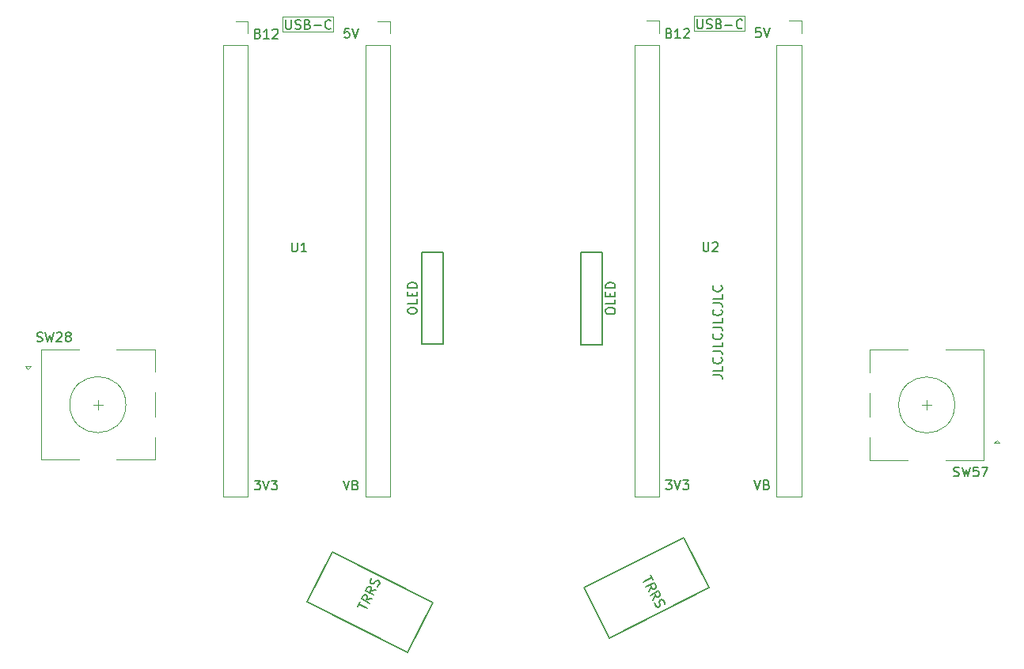
<source format=gbr>
%TF.GenerationSoftware,KiCad,Pcbnew,(5.1.9-0-10_14)*%
%TF.CreationDate,2021-04-15T00:16:32+01:00*%
%TF.ProjectId,peautkb,70656175-746b-4622-9e6b-696361645f70,rev?*%
%TF.SameCoordinates,Original*%
%TF.FileFunction,Legend,Top*%
%TF.FilePolarity,Positive*%
%FSLAX46Y46*%
G04 Gerber Fmt 4.6, Leading zero omitted, Abs format (unit mm)*
G04 Created by KiCad (PCBNEW (5.1.9-0-10_14)) date 2021-04-15 00:16:32*
%MOMM*%
%LPD*%
G01*
G04 APERTURE LIST*
%ADD10C,0.150000*%
%ADD11C,0.120000*%
G04 APERTURE END LIST*
D10*
X207252380Y-70019047D02*
X207966666Y-70019047D01*
X208109523Y-70066666D01*
X208204761Y-70161904D01*
X208252380Y-70304761D01*
X208252380Y-70400000D01*
X208252380Y-69066666D02*
X208252380Y-69542857D01*
X207252380Y-69542857D01*
X208157142Y-68161904D02*
X208204761Y-68209523D01*
X208252380Y-68352380D01*
X208252380Y-68447619D01*
X208204761Y-68590476D01*
X208109523Y-68685714D01*
X208014285Y-68733333D01*
X207823809Y-68780952D01*
X207680952Y-68780952D01*
X207490476Y-68733333D01*
X207395238Y-68685714D01*
X207300000Y-68590476D01*
X207252380Y-68447619D01*
X207252380Y-68352380D01*
X207300000Y-68209523D01*
X207347619Y-68161904D01*
X207252380Y-67447619D02*
X207966666Y-67447619D01*
X208109523Y-67495238D01*
X208204761Y-67590476D01*
X208252380Y-67733333D01*
X208252380Y-67828571D01*
X208252380Y-66495238D02*
X208252380Y-66971428D01*
X207252380Y-66971428D01*
X208157142Y-65590476D02*
X208204761Y-65638095D01*
X208252380Y-65780952D01*
X208252380Y-65876190D01*
X208204761Y-66019047D01*
X208109523Y-66114285D01*
X208014285Y-66161904D01*
X207823809Y-66209523D01*
X207680952Y-66209523D01*
X207490476Y-66161904D01*
X207395238Y-66114285D01*
X207300000Y-66019047D01*
X207252380Y-65876190D01*
X207252380Y-65780952D01*
X207300000Y-65638095D01*
X207347619Y-65590476D01*
X207252380Y-64876190D02*
X207966666Y-64876190D01*
X208109523Y-64923809D01*
X208204761Y-65019047D01*
X208252380Y-65161904D01*
X208252380Y-65257142D01*
X208252380Y-63923809D02*
X208252380Y-64400000D01*
X207252380Y-64400000D01*
X208157142Y-63019047D02*
X208204761Y-63066666D01*
X208252380Y-63209523D01*
X208252380Y-63304761D01*
X208204761Y-63447619D01*
X208109523Y-63542857D01*
X208014285Y-63590476D01*
X207823809Y-63638095D01*
X207680952Y-63638095D01*
X207490476Y-63590476D01*
X207395238Y-63542857D01*
X207300000Y-63447619D01*
X207252380Y-63304761D01*
X207252380Y-63209523D01*
X207300000Y-63066666D01*
X207347619Y-63019047D01*
X207252380Y-62304761D02*
X207966666Y-62304761D01*
X208109523Y-62352380D01*
X208204761Y-62447619D01*
X208252380Y-62590476D01*
X208252380Y-62685714D01*
X208252380Y-61352380D02*
X208252380Y-61828571D01*
X207252380Y-61828571D01*
X208157142Y-60447619D02*
X208204761Y-60495238D01*
X208252380Y-60638095D01*
X208252380Y-60733333D01*
X208204761Y-60876190D01*
X208109523Y-60971428D01*
X208014285Y-61019047D01*
X207823809Y-61066666D01*
X207680952Y-61066666D01*
X207490476Y-61019047D01*
X207395238Y-60971428D01*
X207300000Y-60876190D01*
X207252380Y-60733333D01*
X207252380Y-60638095D01*
X207300000Y-60495238D01*
X207347619Y-60447619D01*
D11*
%TO.C,U1*%
X166660360Y-33246980D02*
X161260360Y-33246980D01*
X166660360Y-31621980D02*
X166660360Y-33246980D01*
X161260360Y-31621980D02*
X166660360Y-31621980D01*
X161260360Y-33246980D02*
X161260360Y-31621980D01*
X157515360Y-32116980D02*
X157515360Y-33446980D01*
X154855360Y-34716980D02*
X157515360Y-34716980D01*
X157515360Y-34716980D02*
X157515360Y-83036980D01*
X156185360Y-32116980D02*
X157515360Y-32116980D01*
X154855360Y-83036980D02*
X157515360Y-83036980D01*
X154855360Y-34716980D02*
X154855360Y-83036980D01*
X172729960Y-34716980D02*
X172729960Y-83036980D01*
X171399960Y-32116980D02*
X172729960Y-32116980D01*
X170069960Y-83036980D02*
X172729960Y-83036980D01*
X172729960Y-32116980D02*
X172729960Y-33446980D01*
X170069960Y-34716980D02*
X172729960Y-34716980D01*
X170069960Y-34716980D02*
X170069960Y-83036980D01*
D10*
%TO.C,J1*%
X178400000Y-66730000D02*
X176100000Y-66730000D01*
X176100000Y-56830000D02*
X178400000Y-56830000D01*
X176100000Y-66730000D02*
X176100000Y-56830000D01*
X178400000Y-66730000D02*
X178400000Y-56830000D01*
%TO.C,J2*%
X177298317Y-94346866D02*
X174602403Y-99707094D01*
X174602403Y-99707094D02*
X163881946Y-94315266D01*
X163881946Y-94315266D02*
X166577860Y-88955038D01*
X166577860Y-88955038D02*
X177298317Y-94346866D01*
%TO.C,J3*%
X193100000Y-56850000D02*
X193100000Y-66750000D01*
X195400000Y-56850000D02*
X195400000Y-66750000D01*
X195400000Y-66750000D02*
X193100000Y-66750000D01*
X193100000Y-56850000D02*
X195400000Y-56850000D01*
%TO.C,J4*%
X206882334Y-92773486D02*
X196161877Y-98165314D01*
X204186420Y-87413258D02*
X206882334Y-92773486D01*
X193465963Y-92805086D02*
X204186420Y-87413258D01*
X196161877Y-98165314D02*
X193465963Y-92805086D01*
D11*
%TO.C,SW28*%
X144464160Y-73187180D02*
G75*
G03*
X144464160Y-73187180I-3000000J0D01*
G01*
X143464160Y-67287180D02*
X147564160Y-67287180D01*
X147564160Y-79087180D02*
X143464160Y-79087180D01*
X139464160Y-79087180D02*
X135364160Y-79087180D01*
X139464160Y-67287180D02*
X135364160Y-67287180D01*
X135364160Y-67287180D02*
X135364160Y-79087180D01*
X133964160Y-69387180D02*
X133664160Y-69087180D01*
X133664160Y-69087180D02*
X134264160Y-69087180D01*
X134264160Y-69087180D02*
X133964160Y-69387180D01*
X147564160Y-67287180D02*
X147564160Y-69687180D01*
X147564160Y-71887180D02*
X147564160Y-74487180D01*
X147564160Y-76687180D02*
X147564160Y-79087180D01*
X141464160Y-72687180D02*
X141464160Y-73687180D01*
X140964160Y-73187180D02*
X141964160Y-73187180D01*
%TO.C,SW57*%
X230640860Y-73216380D02*
X229640860Y-73216380D01*
X230140860Y-73716380D02*
X230140860Y-72716380D01*
X224040860Y-69716380D02*
X224040860Y-67316380D01*
X224040860Y-74516380D02*
X224040860Y-71916380D01*
X224040860Y-79116380D02*
X224040860Y-76716380D01*
X237340860Y-77316380D02*
X237640860Y-77016380D01*
X237940860Y-77316380D02*
X237340860Y-77316380D01*
X237640860Y-77016380D02*
X237940860Y-77316380D01*
X236240860Y-79116380D02*
X236240860Y-67316380D01*
X232140860Y-79116380D02*
X236240860Y-79116380D01*
X232140860Y-67316380D02*
X236240860Y-67316380D01*
X224040860Y-67316380D02*
X228140860Y-67316380D01*
X228140860Y-79116380D02*
X224040860Y-79116380D01*
X233140860Y-73216380D02*
G75*
G03*
X233140860Y-73216380I-3000000J0D01*
G01*
%TO.C,U2*%
X214079520Y-34673800D02*
X214079520Y-82993800D01*
X214079520Y-34673800D02*
X216739520Y-34673800D01*
X216739520Y-32073800D02*
X216739520Y-33403800D01*
X214079520Y-82993800D02*
X216739520Y-82993800D01*
X215409520Y-32073800D02*
X216739520Y-32073800D01*
X216739520Y-34673800D02*
X216739520Y-82993800D01*
X198864920Y-34673800D02*
X198864920Y-82993800D01*
X198864920Y-82993800D02*
X201524920Y-82993800D01*
X200194920Y-32073800D02*
X201524920Y-32073800D01*
X201524920Y-34673800D02*
X201524920Y-82993800D01*
X198864920Y-34673800D02*
X201524920Y-34673800D01*
X201524920Y-32073800D02*
X201524920Y-33403800D01*
X205269920Y-33203800D02*
X205269920Y-31578800D01*
X205269920Y-31578800D02*
X210669920Y-31578800D01*
X210669920Y-31578800D02*
X210669920Y-33203800D01*
X210669920Y-33203800D02*
X205269920Y-33203800D01*
%TO.C,U1*%
D10*
X162223455Y-55824360D02*
X162223455Y-56633884D01*
X162271074Y-56729122D01*
X162318693Y-56776741D01*
X162413931Y-56824360D01*
X162604407Y-56824360D01*
X162699645Y-56776741D01*
X162747264Y-56729122D01*
X162794883Y-56633884D01*
X162794883Y-55824360D01*
X163794883Y-56824360D02*
X163223455Y-56824360D01*
X163509169Y-56824360D02*
X163509169Y-55824360D01*
X163413931Y-55967218D01*
X163318693Y-56062456D01*
X163223455Y-56110075D01*
X161579407Y-31974360D02*
X161579407Y-32783884D01*
X161627026Y-32879122D01*
X161674645Y-32926741D01*
X161769883Y-32974360D01*
X161960360Y-32974360D01*
X162055598Y-32926741D01*
X162103217Y-32879122D01*
X162150836Y-32783884D01*
X162150836Y-31974360D01*
X162579407Y-32926741D02*
X162722264Y-32974360D01*
X162960360Y-32974360D01*
X163055598Y-32926741D01*
X163103217Y-32879122D01*
X163150836Y-32783884D01*
X163150836Y-32688646D01*
X163103217Y-32593408D01*
X163055598Y-32545789D01*
X162960360Y-32498170D01*
X162769883Y-32450551D01*
X162674645Y-32402932D01*
X162627026Y-32355313D01*
X162579407Y-32260075D01*
X162579407Y-32164837D01*
X162627026Y-32069599D01*
X162674645Y-32021980D01*
X162769883Y-31974360D01*
X163007979Y-31974360D01*
X163150836Y-32021980D01*
X163912740Y-32450551D02*
X164055598Y-32498170D01*
X164103217Y-32545789D01*
X164150836Y-32641027D01*
X164150836Y-32783884D01*
X164103217Y-32879122D01*
X164055598Y-32926741D01*
X163960360Y-32974360D01*
X163579407Y-32974360D01*
X163579407Y-31974360D01*
X163912740Y-31974360D01*
X164007979Y-32021980D01*
X164055598Y-32069599D01*
X164103217Y-32164837D01*
X164103217Y-32260075D01*
X164055598Y-32355313D01*
X164007979Y-32402932D01*
X163912740Y-32450551D01*
X163579407Y-32450551D01*
X164579407Y-32593408D02*
X165341312Y-32593408D01*
X166388931Y-32879122D02*
X166341312Y-32926741D01*
X166198455Y-32974360D01*
X166103217Y-32974360D01*
X165960360Y-32926741D01*
X165865121Y-32831503D01*
X165817502Y-32736265D01*
X165769883Y-32545789D01*
X165769883Y-32402932D01*
X165817502Y-32212456D01*
X165865121Y-32117218D01*
X165960360Y-32021980D01*
X166103217Y-31974360D01*
X166198455Y-31974360D01*
X166341312Y-32021980D01*
X166388931Y-32069599D01*
X167702026Y-81299360D02*
X168035360Y-82299360D01*
X168368693Y-81299360D01*
X169035360Y-81775551D02*
X169178217Y-81823170D01*
X169225836Y-81870789D01*
X169273455Y-81966027D01*
X169273455Y-82108884D01*
X169225836Y-82204122D01*
X169178217Y-82251741D01*
X169082979Y-82299360D01*
X168702026Y-82299360D01*
X168702026Y-81299360D01*
X169035360Y-81299360D01*
X169130598Y-81346980D01*
X169178217Y-81394599D01*
X169225836Y-81489837D01*
X169225836Y-81585075D01*
X169178217Y-81680313D01*
X169130598Y-81727932D01*
X169035360Y-81775551D01*
X168702026Y-81775551D01*
X158222264Y-81299360D02*
X158841312Y-81299360D01*
X158507979Y-81680313D01*
X158650836Y-81680313D01*
X158746074Y-81727932D01*
X158793693Y-81775551D01*
X158841312Y-81870789D01*
X158841312Y-82108884D01*
X158793693Y-82204122D01*
X158746074Y-82251741D01*
X158650836Y-82299360D01*
X158365121Y-82299360D01*
X158269883Y-82251741D01*
X158222264Y-82204122D01*
X159127026Y-81299360D02*
X159460360Y-82299360D01*
X159793693Y-81299360D01*
X160031788Y-81299360D02*
X160650836Y-81299360D01*
X160317502Y-81680313D01*
X160460360Y-81680313D01*
X160555598Y-81727932D01*
X160603217Y-81775551D01*
X160650836Y-81870789D01*
X160650836Y-82108884D01*
X160603217Y-82204122D01*
X160555598Y-82251741D01*
X160460360Y-82299360D01*
X160174645Y-82299360D01*
X160079407Y-82251741D01*
X160031788Y-82204122D01*
X168344883Y-32899360D02*
X167868693Y-32899360D01*
X167821074Y-33375551D01*
X167868693Y-33327932D01*
X167963931Y-33280313D01*
X168202026Y-33280313D01*
X168297264Y-33327932D01*
X168344883Y-33375551D01*
X168392502Y-33470789D01*
X168392502Y-33708884D01*
X168344883Y-33804122D01*
X168297264Y-33851741D01*
X168202026Y-33899360D01*
X167963931Y-33899360D01*
X167868693Y-33851741D01*
X167821074Y-33804122D01*
X168678217Y-32899360D02*
X169011550Y-33899360D01*
X169344883Y-32899360D01*
X158579407Y-33450551D02*
X158722264Y-33498170D01*
X158769883Y-33545789D01*
X158817502Y-33641027D01*
X158817502Y-33783884D01*
X158769883Y-33879122D01*
X158722264Y-33926741D01*
X158627026Y-33974360D01*
X158246074Y-33974360D01*
X158246074Y-32974360D01*
X158579407Y-32974360D01*
X158674645Y-33021980D01*
X158722264Y-33069599D01*
X158769883Y-33164837D01*
X158769883Y-33260075D01*
X158722264Y-33355313D01*
X158674645Y-33402932D01*
X158579407Y-33450551D01*
X158246074Y-33450551D01*
X159769883Y-33974360D02*
X159198455Y-33974360D01*
X159484169Y-33974360D02*
X159484169Y-32974360D01*
X159388931Y-33117218D01*
X159293693Y-33212456D01*
X159198455Y-33260075D01*
X160150836Y-33069599D02*
X160198455Y-33021980D01*
X160293693Y-32974360D01*
X160531788Y-32974360D01*
X160627026Y-33021980D01*
X160674645Y-33069599D01*
X160722264Y-33164837D01*
X160722264Y-33260075D01*
X160674645Y-33402932D01*
X160103217Y-33974360D01*
X160722264Y-33974360D01*
%TO.C,J1*%
X174602380Y-63232380D02*
X174602380Y-63041904D01*
X174650000Y-62946666D01*
X174745238Y-62851428D01*
X174935714Y-62803809D01*
X175269047Y-62803809D01*
X175459523Y-62851428D01*
X175554761Y-62946666D01*
X175602380Y-63041904D01*
X175602380Y-63232380D01*
X175554761Y-63327619D01*
X175459523Y-63422857D01*
X175269047Y-63470476D01*
X174935714Y-63470476D01*
X174745238Y-63422857D01*
X174650000Y-63327619D01*
X174602380Y-63232380D01*
X175602380Y-61899047D02*
X175602380Y-62375238D01*
X174602380Y-62375238D01*
X175078571Y-61565714D02*
X175078571Y-61232380D01*
X175602380Y-61089523D02*
X175602380Y-61565714D01*
X174602380Y-61565714D01*
X174602380Y-61089523D01*
X175602380Y-60660952D02*
X174602380Y-60660952D01*
X174602380Y-60422857D01*
X174650000Y-60280000D01*
X174745238Y-60184761D01*
X174840476Y-60137142D01*
X175030952Y-60089523D01*
X175173809Y-60089523D01*
X175364285Y-60137142D01*
X175459523Y-60184761D01*
X175554761Y-60280000D01*
X175602380Y-60422857D01*
X175602380Y-60660952D01*
%TO.C,J2*%
X169244219Y-94786823D02*
X169500973Y-94276325D01*
X170265967Y-94980893D02*
X169372596Y-94531574D01*
X170800871Y-93917356D02*
X170225683Y-94001185D01*
X170544117Y-94427854D02*
X169650746Y-93978535D01*
X169821915Y-93638203D01*
X169907249Y-93574516D01*
X169971186Y-93553371D01*
X170077665Y-93553621D01*
X170205290Y-93617810D01*
X170268977Y-93703144D01*
X170290122Y-93767081D01*
X170289871Y-93873560D01*
X170118702Y-94213892D01*
X171250190Y-93023984D02*
X170675002Y-93107813D01*
X170993436Y-93534482D02*
X170100065Y-93085163D01*
X170271234Y-92744831D01*
X170356568Y-92681145D01*
X170420505Y-92659999D01*
X170526984Y-92660250D01*
X170654609Y-92724438D01*
X170718296Y-92809772D01*
X170739441Y-92873710D01*
X170739190Y-92980189D01*
X170568021Y-93320521D01*
X171378817Y-92662256D02*
X171485547Y-92556028D01*
X171592528Y-92343321D01*
X171592779Y-92236841D01*
X171571634Y-92172904D01*
X171507947Y-92087570D01*
X171422864Y-92044778D01*
X171316385Y-92044527D01*
X171252447Y-92065672D01*
X171167113Y-92129359D01*
X171038987Y-92278129D01*
X170953653Y-92341816D01*
X170889716Y-92362961D01*
X170783237Y-92362710D01*
X170698154Y-92319918D01*
X170634467Y-92234584D01*
X170613321Y-92170647D01*
X170613572Y-92064168D01*
X170720553Y-91851460D01*
X170827283Y-91745232D01*
%TO.C,J3*%
X195802380Y-63252380D02*
X195802380Y-63061904D01*
X195850000Y-62966666D01*
X195945238Y-62871428D01*
X196135714Y-62823809D01*
X196469047Y-62823809D01*
X196659523Y-62871428D01*
X196754761Y-62966666D01*
X196802380Y-63061904D01*
X196802380Y-63252380D01*
X196754761Y-63347619D01*
X196659523Y-63442857D01*
X196469047Y-63490476D01*
X196135714Y-63490476D01*
X195945238Y-63442857D01*
X195850000Y-63347619D01*
X195802380Y-63252380D01*
X196802380Y-61919047D02*
X196802380Y-62395238D01*
X195802380Y-62395238D01*
X196278571Y-61585714D02*
X196278571Y-61252380D01*
X196802380Y-61109523D02*
X196802380Y-61585714D01*
X195802380Y-61585714D01*
X195802380Y-61109523D01*
X196802380Y-60680952D02*
X195802380Y-60680952D01*
X195802380Y-60442857D01*
X195850000Y-60300000D01*
X195945238Y-60204761D01*
X196040476Y-60157142D01*
X196230952Y-60109523D01*
X196373809Y-60109523D01*
X196564285Y-60157142D01*
X196659523Y-60204761D01*
X196754761Y-60300000D01*
X196802380Y-60442857D01*
X196802380Y-60680952D01*
%TO.C,J4*%
X200610724Y-91437030D02*
X200867478Y-91947527D01*
X199845730Y-92141598D02*
X200739101Y-91692279D01*
X200380633Y-93205135D02*
X200656275Y-92693383D01*
X200123880Y-92694637D02*
X201017251Y-92245318D01*
X201188420Y-92585650D01*
X201188671Y-92692129D01*
X201167526Y-92756067D01*
X201103839Y-92841400D01*
X200976214Y-92905589D01*
X200869735Y-92905840D01*
X200805798Y-92884694D01*
X200720464Y-92821007D01*
X200549295Y-92480676D01*
X200829952Y-94098506D02*
X201105594Y-93586754D01*
X200573199Y-93588008D02*
X201466570Y-93138689D01*
X201637739Y-93479021D01*
X201637990Y-93585500D01*
X201616845Y-93649438D01*
X201553158Y-93734772D01*
X201425533Y-93798960D01*
X201319054Y-93799211D01*
X201255117Y-93778066D01*
X201169783Y-93714379D01*
X200998614Y-93374047D01*
X201043663Y-94417442D02*
X201065310Y-94566463D01*
X201172291Y-94779170D01*
X201257625Y-94842857D01*
X201321562Y-94864002D01*
X201428041Y-94863752D01*
X201513124Y-94820959D01*
X201576811Y-94735626D01*
X201597956Y-94671688D01*
X201597706Y-94565209D01*
X201554663Y-94373647D01*
X201554412Y-94267168D01*
X201575557Y-94203230D01*
X201639244Y-94117896D01*
X201724327Y-94075104D01*
X201830806Y-94074853D01*
X201894744Y-94095998D01*
X201980078Y-94159685D01*
X202087058Y-94372393D01*
X202108705Y-94521413D01*
%TO.C,SW28*%
X134954636Y-66391941D02*
X135097493Y-66439560D01*
X135335588Y-66439560D01*
X135430826Y-66391941D01*
X135478445Y-66344322D01*
X135526064Y-66249084D01*
X135526064Y-66153846D01*
X135478445Y-66058608D01*
X135430826Y-66010989D01*
X135335588Y-65963370D01*
X135145112Y-65915751D01*
X135049874Y-65868132D01*
X135002255Y-65820513D01*
X134954636Y-65725275D01*
X134954636Y-65630037D01*
X135002255Y-65534799D01*
X135049874Y-65487180D01*
X135145112Y-65439560D01*
X135383207Y-65439560D01*
X135526064Y-65487180D01*
X135859398Y-65439560D02*
X136097493Y-66439560D01*
X136287969Y-65725275D01*
X136478445Y-66439560D01*
X136716540Y-65439560D01*
X137049874Y-65534799D02*
X137097493Y-65487180D01*
X137192731Y-65439560D01*
X137430826Y-65439560D01*
X137526064Y-65487180D01*
X137573683Y-65534799D01*
X137621302Y-65630037D01*
X137621302Y-65725275D01*
X137573683Y-65868132D01*
X137002255Y-66439560D01*
X137621302Y-66439560D01*
X138192731Y-65868132D02*
X138097493Y-65820513D01*
X138049874Y-65772894D01*
X138002255Y-65677656D01*
X138002255Y-65630037D01*
X138049874Y-65534799D01*
X138097493Y-65487180D01*
X138192731Y-65439560D01*
X138383207Y-65439560D01*
X138478445Y-65487180D01*
X138526064Y-65534799D01*
X138573683Y-65630037D01*
X138573683Y-65677656D01*
X138526064Y-65772894D01*
X138478445Y-65820513D01*
X138383207Y-65868132D01*
X138192731Y-65868132D01*
X138097493Y-65915751D01*
X138049874Y-65963370D01*
X138002255Y-66058608D01*
X138002255Y-66249084D01*
X138049874Y-66344322D01*
X138097493Y-66391941D01*
X138192731Y-66439560D01*
X138383207Y-66439560D01*
X138478445Y-66391941D01*
X138526064Y-66344322D01*
X138573683Y-66249084D01*
X138573683Y-66058608D01*
X138526064Y-65963370D01*
X138478445Y-65915751D01*
X138383207Y-65868132D01*
%TO.C,SW57*%
X233031336Y-80821141D02*
X233174193Y-80868760D01*
X233412288Y-80868760D01*
X233507526Y-80821141D01*
X233555145Y-80773522D01*
X233602764Y-80678284D01*
X233602764Y-80583046D01*
X233555145Y-80487808D01*
X233507526Y-80440189D01*
X233412288Y-80392570D01*
X233221812Y-80344951D01*
X233126574Y-80297332D01*
X233078955Y-80249713D01*
X233031336Y-80154475D01*
X233031336Y-80059237D01*
X233078955Y-79963999D01*
X233126574Y-79916380D01*
X233221812Y-79868760D01*
X233459907Y-79868760D01*
X233602764Y-79916380D01*
X233936098Y-79868760D02*
X234174193Y-80868760D01*
X234364669Y-80154475D01*
X234555145Y-80868760D01*
X234793240Y-79868760D01*
X235650383Y-79868760D02*
X235174193Y-79868760D01*
X235126574Y-80344951D01*
X235174193Y-80297332D01*
X235269431Y-80249713D01*
X235507526Y-80249713D01*
X235602764Y-80297332D01*
X235650383Y-80344951D01*
X235698002Y-80440189D01*
X235698002Y-80678284D01*
X235650383Y-80773522D01*
X235602764Y-80821141D01*
X235507526Y-80868760D01*
X235269431Y-80868760D01*
X235174193Y-80821141D01*
X235126574Y-80773522D01*
X236031336Y-79868760D02*
X236698002Y-79868760D01*
X236269431Y-80868760D01*
%TO.C,U2*%
X206233015Y-55781180D02*
X206233015Y-56590704D01*
X206280634Y-56685942D01*
X206328253Y-56733561D01*
X206423491Y-56781180D01*
X206613967Y-56781180D01*
X206709205Y-56733561D01*
X206756824Y-56685942D01*
X206804443Y-56590704D01*
X206804443Y-55781180D01*
X207233015Y-55876419D02*
X207280634Y-55828800D01*
X207375872Y-55781180D01*
X207613967Y-55781180D01*
X207709205Y-55828800D01*
X207756824Y-55876419D01*
X207804443Y-55971657D01*
X207804443Y-56066895D01*
X207756824Y-56209752D01*
X207185396Y-56781180D01*
X207804443Y-56781180D01*
X202588967Y-33407371D02*
X202731824Y-33454990D01*
X202779443Y-33502609D01*
X202827062Y-33597847D01*
X202827062Y-33740704D01*
X202779443Y-33835942D01*
X202731824Y-33883561D01*
X202636586Y-33931180D01*
X202255634Y-33931180D01*
X202255634Y-32931180D01*
X202588967Y-32931180D01*
X202684205Y-32978800D01*
X202731824Y-33026419D01*
X202779443Y-33121657D01*
X202779443Y-33216895D01*
X202731824Y-33312133D01*
X202684205Y-33359752D01*
X202588967Y-33407371D01*
X202255634Y-33407371D01*
X203779443Y-33931180D02*
X203208015Y-33931180D01*
X203493729Y-33931180D02*
X203493729Y-32931180D01*
X203398491Y-33074038D01*
X203303253Y-33169276D01*
X203208015Y-33216895D01*
X204160396Y-33026419D02*
X204208015Y-32978800D01*
X204303253Y-32931180D01*
X204541348Y-32931180D01*
X204636586Y-32978800D01*
X204684205Y-33026419D01*
X204731824Y-33121657D01*
X204731824Y-33216895D01*
X204684205Y-33359752D01*
X204112777Y-33931180D01*
X204731824Y-33931180D01*
X212354443Y-32856180D02*
X211878253Y-32856180D01*
X211830634Y-33332371D01*
X211878253Y-33284752D01*
X211973491Y-33237133D01*
X212211586Y-33237133D01*
X212306824Y-33284752D01*
X212354443Y-33332371D01*
X212402062Y-33427609D01*
X212402062Y-33665704D01*
X212354443Y-33760942D01*
X212306824Y-33808561D01*
X212211586Y-33856180D01*
X211973491Y-33856180D01*
X211878253Y-33808561D01*
X211830634Y-33760942D01*
X212687777Y-32856180D02*
X213021110Y-33856180D01*
X213354443Y-32856180D01*
X202231824Y-81256180D02*
X202850872Y-81256180D01*
X202517539Y-81637133D01*
X202660396Y-81637133D01*
X202755634Y-81684752D01*
X202803253Y-81732371D01*
X202850872Y-81827609D01*
X202850872Y-82065704D01*
X202803253Y-82160942D01*
X202755634Y-82208561D01*
X202660396Y-82256180D01*
X202374681Y-82256180D01*
X202279443Y-82208561D01*
X202231824Y-82160942D01*
X203136586Y-81256180D02*
X203469920Y-82256180D01*
X203803253Y-81256180D01*
X204041348Y-81256180D02*
X204660396Y-81256180D01*
X204327062Y-81637133D01*
X204469920Y-81637133D01*
X204565158Y-81684752D01*
X204612777Y-81732371D01*
X204660396Y-81827609D01*
X204660396Y-82065704D01*
X204612777Y-82160942D01*
X204565158Y-82208561D01*
X204469920Y-82256180D01*
X204184205Y-82256180D01*
X204088967Y-82208561D01*
X204041348Y-82160942D01*
X211711586Y-81256180D02*
X212044920Y-82256180D01*
X212378253Y-81256180D01*
X213044920Y-81732371D02*
X213187777Y-81779990D01*
X213235396Y-81827609D01*
X213283015Y-81922847D01*
X213283015Y-82065704D01*
X213235396Y-82160942D01*
X213187777Y-82208561D01*
X213092539Y-82256180D01*
X212711586Y-82256180D01*
X212711586Y-81256180D01*
X213044920Y-81256180D01*
X213140158Y-81303800D01*
X213187777Y-81351419D01*
X213235396Y-81446657D01*
X213235396Y-81541895D01*
X213187777Y-81637133D01*
X213140158Y-81684752D01*
X213044920Y-81732371D01*
X212711586Y-81732371D01*
X205588967Y-31931180D02*
X205588967Y-32740704D01*
X205636586Y-32835942D01*
X205684205Y-32883561D01*
X205779443Y-32931180D01*
X205969920Y-32931180D01*
X206065158Y-32883561D01*
X206112777Y-32835942D01*
X206160396Y-32740704D01*
X206160396Y-31931180D01*
X206588967Y-32883561D02*
X206731824Y-32931180D01*
X206969920Y-32931180D01*
X207065158Y-32883561D01*
X207112777Y-32835942D01*
X207160396Y-32740704D01*
X207160396Y-32645466D01*
X207112777Y-32550228D01*
X207065158Y-32502609D01*
X206969920Y-32454990D01*
X206779443Y-32407371D01*
X206684205Y-32359752D01*
X206636586Y-32312133D01*
X206588967Y-32216895D01*
X206588967Y-32121657D01*
X206636586Y-32026419D01*
X206684205Y-31978800D01*
X206779443Y-31931180D01*
X207017539Y-31931180D01*
X207160396Y-31978800D01*
X207922300Y-32407371D02*
X208065158Y-32454990D01*
X208112777Y-32502609D01*
X208160396Y-32597847D01*
X208160396Y-32740704D01*
X208112777Y-32835942D01*
X208065158Y-32883561D01*
X207969920Y-32931180D01*
X207588967Y-32931180D01*
X207588967Y-31931180D01*
X207922300Y-31931180D01*
X208017539Y-31978800D01*
X208065158Y-32026419D01*
X208112777Y-32121657D01*
X208112777Y-32216895D01*
X208065158Y-32312133D01*
X208017539Y-32359752D01*
X207922300Y-32407371D01*
X207588967Y-32407371D01*
X208588967Y-32550228D02*
X209350872Y-32550228D01*
X210398491Y-32835942D02*
X210350872Y-32883561D01*
X210208015Y-32931180D01*
X210112777Y-32931180D01*
X209969920Y-32883561D01*
X209874681Y-32788323D01*
X209827062Y-32693085D01*
X209779443Y-32502609D01*
X209779443Y-32359752D01*
X209827062Y-32169276D01*
X209874681Y-32074038D01*
X209969920Y-31978800D01*
X210112777Y-31931180D01*
X210208015Y-31931180D01*
X210350872Y-31978800D01*
X210398491Y-32026419D01*
%TD*%
M02*

</source>
